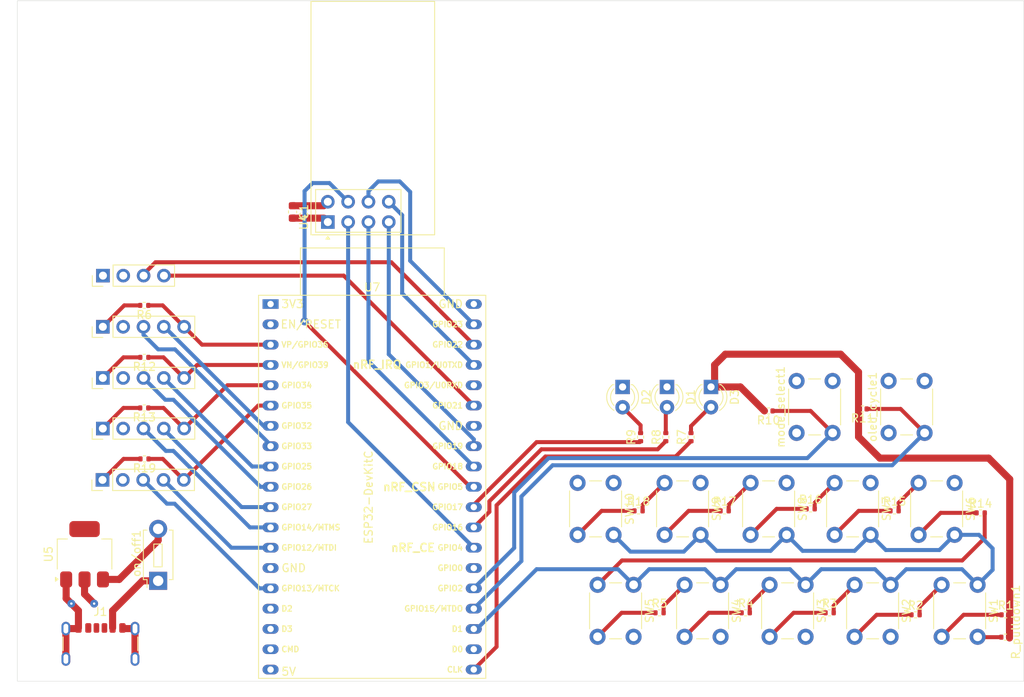
<source format=kicad_pcb>
(kicad_pcb (version 20240108) (generator "pcbnew") (generator_version "8.0")
  (layers (0 "F.Cu" signal) (1 "In1.Cu" power "Vcc") (2 "In2.Cu" power "GND") (31 "B.Cu" signal) (34 "B.Paste" user) (35 "F.Paste" user) (36 "B.SilkS" user "B.Silkscreen") (37 "F.SilkS" user "F.Silkscreen") (38 "B.Mask" user) (39 "F.Mask" user) (44 "Edge.Cuts" user))
  (net 0 "")
  (net 1 "GND")
  (net 2 "/3v3")
  (net 3 "Net-(D1-A)")
  (net 4 "Net-(D2-A)")
  (net 5 "Net-(D3-A)")
  (net 8 "/joy0_y")
  (net 9 "/joy0_x")
  (net 10 "/calibrate_joy0")
  (net 11 "/calibrate_joy1")
  (net 12 "/joy1_y")
  (net 13 "/joy1_x")
  (net 14 "/mode_select")
  (net 15 "/oled_cycle")
  (net 16 "Net-(R1-Pad1)")
  (net 17 "Net-(R2-Pad1)")
  (net 18 "Net-(R3-Pad1)")
  (net 19 "Net-(R4-Pad1)")
  (net 20 "/LED1")
  (net 21 "/LED2")
  (net 22 "/LED0")
  (net 23 "/oled_scl")
  (net 24 "/oled_sda")
  (net 25 "/CSN")
  (net 26 "/SCK")
  (net 27 "/MOSI")
  (net 28 "/MISO")
  (net 29 "/CE")
  (net 34 "/joy2_y")
  (net 37 "/calibrate_joy2")
  (net 38 "Net-(on/off1-A)")
  (net 39 "Net-(U5-VI)")
  (net 40 "/sw_analog_in")
  (net 41 "/joy2_x")
  (net 42 "/IRQ")
  (net 43 "/joy3_x")
  (net 44 "/joy3_y")
  (net 45 "/calibrate_joy3")
  (net 46 "Net-(R14-Pad2)")
  (net 47 "Net-(R14-Pad1)")
  (net 48 "Net-(R15-Pad1)")
  (net 49 "Net-(R16-Pad1)")
  (net 50 "Net-(R17-Pad1)")
  (footprint "Button_Switch_THT:SW_PUSH_6mm" (layer "F.Cu") (at 167.5 121.5 -90)
    (property "Reference" "SW9")
    (property "Value" "SW_Push")
  )
  (footprint "RF_Module:nRF24L01_Breakout" (layer "F.Cu") (at 120.905 88.875 90)
    (property "Reference" "U4")
    (property "Value" "NRF24L01_Breakout")
  )
  (footprint "Resistor_SMD:R_0402_1005Metric" (layer "F.Cu") (at 187.75 112.25 180)
    (property "Reference" "R11")
    (property "Value" "10kΩ")
  )
  (footprint "Resistor_SMD:R_0402_1005Metric" (layer "F.Cu") (at 159.74 125)
    (property "Reference" "R18")
    (property "Value" "10kΩ")
  )
  (footprint "Resistor_SMD:R_0402_1005Metric" (layer "F.Cu") (at 166.3 115.775 90)
    (property "Reference" "R7")
    (property "Value" "1kΩ")
  )
  (footprint "Resistor_SMD:R_0402_1005Metric" (layer "F.Cu") (at 163.15 115.775 90)
    (property "Reference" "R8")
    (property "Value" "1kΩ")
  )
  (footprint "Button_Switch_THT:SW_PUSH_6mm" (layer "F.Cu") (at 188.75 121.5 -90)
    (property "Reference" "SW7")
    (property "Value" "SW_Push")
  )
  (footprint "Button_Switch_THT:SW_PUSH_6mm" (layer "F.Cu") (at 191 115.25 90)
    (property "Reference" "oled_cycle1")
    (property "Value" "SW_Push")
  )
  (footprint "Package_TO_SOT_SMD:SOT-223-3_TabPin2" (layer "F.Cu") (at 90.5 130.425 90)
    (property "Reference" "U5")
    (property "Value" "AMS1117-3.3")
  )
  (footprint "custom_controller:generic_joystick_footprint" (layer "F.Cu") (at 97.945 120.925 90)
    (property "Reference" "joy3" (hide yes))
    (property "Value" "~")
  )
  (footprint "custom_controller:generic_joystick_footprint" (layer "F.Cu") (at 97.985 114.5 90)
    (property "Reference" "joy0" (hide yes))
    (property "Value" "~")
  )
  (footprint "Resistor_SMD:R_0402_1005Metric" (layer "F.Cu") (at 191.74 125)
    (property "Reference" "R15")
    (property "Value" "10kΩ")
  )
  (footprint "Resistor_SMD:R_0402_1005Metric" (layer "F.Cu") (at 194.365 138)
    (property "Reference" "R2")
    (property "Value" "10kΩ")
  )
  (footprint "LED_THT:LED_D3.0mm" (layer "F.Cu") (at 157.75 109.5 -90)
    (property "Reference" "D2")
    (property "Value" "LED")
  )
  (footprint "Resistor_SMD:R_0402_1005Metric" (layer "F.Cu") (at 97.96 112.125 180)
    (property "Reference" "R13")
    (property "Value" "10kΩ")
  )
  (footprint "custom_controller:generic_joystick_footprint" (layer "F.Cu") (at 97.985 101.775 90)
    (property "Reference" "joy2" (hide yes))
    (property "Value" "~")
  )
  (footprint "Button_Switch_THT:SW_PUSH_6mm" (layer "F.Cu") (at 191.25 134.25 -90)
    (property "Reference" "SW2")
    (property "Value" "SW_Push")
  )
  (footprint "Resistor_SMD:R_0402_1005Metric" (layer "F.Cu") (at 183.625 137.75)
    (property "Reference" "R3")
    (property "Value" "10kΩ")
  )
  (footprint "custom_controller:generic_joystick_footprint" (layer "F.Cu") (at 97.985 108.175 90)
    (property "Reference" "joy1" (hide yes))
    (property "Value" "~")
  )
  (footprint "Button_Switch_THT:SW_PUSH_6mm" (layer "F.Cu") (at 159.125 134.25 -90)
    (property "Reference" "SW5")
    (property "Value" "SW_Push")
  )
  (footprint "LED_THT:LED_D3.0mm" (layer "F.Cu") (at 163.3 109.5 -90)
    (property "Reference" "D1")
    (property "Value" "LED")
  )
  (footprint "Resistor_SMD:R_0402_1005Metric" (layer "F.Cu") (at 162.365 137.75)
    (property "Reference" "R5")
    (property "Value" "10kΩ")
  )
  (footprint "Resistor_SMD:R_0402_1005Metric" (layer "F.Cu") (at 205.59 140.8)
    (property "Reference" "R_pulldown1")
    (property "Value" "10kΩ")
  )
  (footprint "Resistor_SMD:R_0402_1005Metric" (layer "F.Cu") (at 97.99 118.5 180)
    (property "Reference" "R19")
    (property "Value" "10kΩ")
  )
  (footprint "Button_Switch_THT:SW_PUSH_6mm" (layer "F.Cu") (at 202.125 134.25 -90)
    (property "Reference" "SW1")
    (property "Value" "SW_Push")
  )
  (footprint "PCM_Espressif:ESP32-DevKitC" (layer "F.Cu") (at 113.75 99.13)
    (property "Reference" "U7")
    (property "Value" "ESP32-DevKitC")
  )
  (footprint "custom_controller:oled_128x64" (layer "F.Cu") (at 96.84 95.375 90)
    (property "Reference" "U1" (hide yes))
    (property "Value" "oled_128x64" (hide yes))
  )
  (footprint "Button_Switch_THT:SW_PUSH_1P1T_6x3.5mm_H4.3_APEM_MJTP1243" (layer "F.Cu") (at 99.7 133.75 90)
    (property "Reference" "on/off1")
    (property "Value" "SW_SPST")
  )
  (footprint "Resistor_SMD:R_0402_1005Metric" (layer "F.Cu") (at 205.625 138)
    (property "Reference" "R1")
    (property "Value" "10kΩ")
  )
  (footprint "Resistor_SMD:R_0402_1005Metric" (layer "F.Cu") (at 181.25 124.75)
    (property "Reference" "R16")
    (property "Value" "10kΩ")
  )
  (footprint "Connector_USB:USB_C_Receptacle_GCT_USB4125-xx-x_6P_TopMnt_Horizontal" (layer "F.Cu") (at 92.485 142.725)
    (property "Reference" "J1")
    (property "Value" "USB_C_Receptacle_PowerOnly_6P")
  )
  (footprint "Resistor_SMD:R_0402_1005Metric" (layer "F.Cu") (at 170.5 125)
    (property "Reference" "R17")
    (property "Value" "10kΩ")
  )
  (footprint "Resistor_SMD:R_0402_1005Metric" (layer "F.Cu") (at 175.99 112.5 180)
    (property "Reference" "R10")
    (property "Value" "10kΩ")
  )
  (footprint "Resistor_SMD:R_0402_1005Metric" (layer "F.Cu") (at 97.97 105.8 180)
    (property "Reference" "R12")
    (property "Value" "10kΩ")
  )
  (footprint "Resistor_SMD:R_0402_1005Metric" (layer "F.Cu") (at 202.5 125.25)
    (property "Reference" "R14")
    (property "Value" "10kΩ")
  )
  (footprint "Resistor_SMD:R_0402_1005Metric" (layer "F.Cu") (at 173.135 137.75)
    (property "Reference" "R4")
    (property "Value" "10kΩ")
  )
  (footprint "Capacitor_SMD:C_0603_1608Metric" (layer "F.Cu") (at 116.5 87.61 -90)
    (property "Reference" "C1")
    (property "Value" "10uF")
  )
  (footprint "LED_THT:LED_D3.0mm" (layer "F.Cu") (at 168.8 109.5 -90)
    (property "Reference" "D3")
    (property "Value" "LED")
  )
  (footprint "Resistor_SMD:R_0402_1005Metric" (layer "F.Cu") (at 97.96 99.3 180)
    (property "Reference" "R6")
    (property "Value" "10kΩ")
  )
  (footprint "Button_Switch_THT:SW_PUSH_6mm" (layer "F.Cu") (at 178.25 121.5 -90)
    (property "Reference" "SW8")
    (property "Value" "SW_Push")
  )
  (footprint "Button_Switch_THT:SW_PUSH_6mm" (layer "F.Cu") (at 199.25 121.5 -90)
    (property "Reference" "SW6")
    (property "Value" "SW_Push")
  )
  (footprint "Resistor_SMD:R_0402_1005Metric" (layer "F.Cu") (at 160 115.775 90)
    (property "Reference" "R9")
    (property "Value" "1kΩ")
  )
  (footprint "Button_Switch_THT:SW_PUSH_6mm" (layer "F.Cu") (at 156.625 121.5 -90)
    (property "Reference" "SW10")
    (property "Value" "SW_Push")
  )
  (footprint "Button_Switch_THT:SW_PUSH_6mm" (layer "F.Cu") (at 179.5 115.25 90)
    (property "Reference" "mode_select1")
    (property "Value" "SW_Push")
  )
  (footprint "Button_Switch_THT:SW_PUSH_6mm" (layer "F.Cu") (at 180.625 134.25 -90)
    (property "Reference" "SW3")
    (property "Value" "SW_Push")
  )
  (footprint "Button_Switch_THT:SW_PUSH_6mm" (layer "F.Cu") (at 170 134.25 -90)
    (property "Reference" "SW4")
    (property "Value" "SW_Push")
  )
  (gr_rect (start 82.1 61.2) (end 207.9 146.3) (stroke (width 0.05)) (fill none) (layer "Edge.Cuts"))
  (gr_text "nRF_IRQ" (at 123.9 107.3 0) (layer "F.SilkS") (effects (font (size 1 1) (thickness 0.2) (bold yes)) (justify left bottom)))
  (gr_text "nRF_CE" (at 128.7 130.2 0) (layer "F.SilkS") (effects (font (size 1 1) (thickness 0.2) (bold yes)) (justify left bottom)))
  (gr_text "nRF_CSN" (at 127.7 122.6 0) (layer "F.SilkS") (effects (font (size 1 1) (thickness 0.2) (bold yes)) (justify left bottom)))
  (segment (start 95.36 112.125) (end 92.785 114.7) (width 0.5) (layer "F.Cu") (net 1))
  (segment (start 187.24 115.74) (end 189.9 118.4) (width 0.885) (layer "F.Cu") (net 1))
  (segment (start 89.655 139.725) (end 89.735 139.645) (width 0.5) (layer "F.Cu") (net 1))
  (segment (start 88.85 136.6) (end 88.2 135.95) (width 0.885) (layer "F.Cu") (net 1))
  (segment (start 172.48 109.5) (end 175.48 112.5) (width 0.885) (layer "F.Cu") (net 1))
  (segment (start 169.25 106.75) (end 170.6 105.4) (width 0.885) (layer "F.Cu") (net 1))
  (segment (start 95.46 99.3) (end 92.785 101.975) (width 0.5) (layer "F.Cu") (net 1))
  (segment (start 88.85 136.6) (end 89.735 137.485) (width 0.885) (layer "F.Cu") (net 1))
  (segment (start 185 105.4) (end 187.24 107.64) (width 0.885) (layer "F.Cu") (net 1))
  (segment (start 170.6 105.4) (end 185 105.4) (width 0.885) (layer "F.Cu") (net 1))
  (segment (start 95.37 118.5) (end 92.745 121.125) (width 0.5) (layer "F.Cu") (net 1))
  (segment (start 189.9 118.4) (end 203.5 118.4) (width 0.885) (layer "F.Cu") (net 1))
  (segment (start 88.165 139.725) (end 89.655 139.725) (width 0.885) (layer "F.Cu") (net 1))
  (segment (start 95.36 105.8) (end 92.785 108.375) (width 0.5) (layer "F.Cu") (net 1))
  (segment (start 206.11 138.025) (end 206.135 138) (width 0.885) (layer "F.Cu") (net 1))
  (segment (start 89.735 137.485) (end 89.735 139.645) (width 0.885) (layer "F.Cu") (net 1))
  (segment (start 95.315 139.725) (end 95.235 139.645) (width 0.5) (layer "F.Cu") (net 1))
  (segment (start 206.11 140.9) (end 206.11 138.025) (width 0.885) (layer "F.Cu") (net 1))
  (segment (start 120.415 88.385) (end 120.905 88.875) (width 0.5) (layer "F.Cu") (net 1))
  (segment (start 169.25 109.5) (end 169.25 106.75) (width 0.885) (layer "F.Cu") (net 1))
  (segment (start 96.805 143.525) (end 96.805 139.725) (width 0.885) (layer "F.Cu") (net 1))
  (segment (start 97.45 112.125) (end 95.36 112.125) (width 0.5) (layer "F.Cu") (net 1))
  (segment (start 187.24 107.64) (end 187.24 112.25) (width 0.885) (layer "F.Cu") (net 1))
  (segment (start 97.46 105.8) (end 95.36 105.8) (width 0.5) (layer "F.Cu") (net 1))
  (segment (start 96.805 139.725) (end 95.315 139.725) (width 0.885) (layer "F.Cu") (net 1))
  (segment (start 88.165 143.525) (end 88.165 139.725) (width 0.885) (layer "F.Cu") (net 1))
  (segment (start 187.24 112.25) (end 187.24 115.74) (width 0.885) (layer "F.Cu") (net 1))
  (segment (start 97.48 118.5) (end 95.37 118.5) (width 0.5) (layer "F.Cu") (net 1))
  (segment (start 206.135 121.035) (end 206.135 138) (width 0.885) (layer "F.Cu") (net 1))
  (segment (start 97.45 99.3) (end 95.46 99.3) (width 0.5) (layer "F.Cu") (net 1))
  (segment (start 203.5 118.4) (end 206.135 121.035) (width 0.885) (layer "F.Cu") (net 1))
  (segment (start 88.2 135.95) (end 88.2 133.575) (width 0.885) (layer "F.Cu") (net 1))
  (segment (start 116.5 88.385) (end 120.415 88.385) (width 0.885) (layer "F.Cu") (net 1))
  (segment (start 169.25 109.5) (end 172.48 109.5) (width 0.885) (layer "F.Cu") (net 1))
  (via (at 88.85 136.6) (size 0.985) (drill 0.3) (layers "F.Cu" "B.Cu") (net 1))
  (segment (start 91.7 136.6) (end 90.5 135.4) (width 0.885) (layer "F.Cu") (net 2))
  (segment (start 90.5 135.4) (end 90.5 133.575) (width 0.885) (layer "F.Cu") (net 2))
  (segment (start 155.125 125) (end 152.125 128) (width 0.5) (layer "F.Cu") (net 2))
  (segment (start 116.5 86.835) (end 120.405 86.835) (width 0.885) (layer "F.Cu") (net 2))
  (segment (start 159.23 125) (end 155.125 125) (width 0.5) (layer "F.Cu") (net 2))
  (segment (start 120.405 86.835) (end 120.905 86.335) (width 0.5) (layer "F.Cu") (net 2))
  (via (at 91.7 136.6) (size 0.985) (drill 0.3) (layers "F.Cu" "B.Cu") (net 2))
  (segment (start 163.15 115.265) (end 163.15 112.19) (width 0.5) (layer "F.Cu") (net 3))
  (segment (start 163.15 112.19) (end 163.3 112.04) (width 0.5) (layer "F.Cu") (net 3))
  (segment (start 160 114.29) (end 157.75 112.04) (width 0.5) (layer "F.Cu") (net 4))
  (segment (start 160 115.265) (end 160 114.29) (width 0.5) (layer "F.Cu") (net 4))
  (segment (start 166.3 115.265) (end 166.3 114.4) (width 0.5) (layer "F.Cu") (net 5))
  (segment (start 166.3 114.4) (end 168.66 112.04) (width 0.5) (layer "F.Cu") (net 5))
  (segment (start 110.13 124.53) (end 113.75 124.53) (width 0.5) (layer "B.Cu") (net 8))
  (segment (start 100.405 114.805) (end 110.13 124.53) (width 0.5) (layer "B.Cu") (net 8))
  (segment (start 100.405 114.7) (end 100.405 114.805) (width 0.5) (layer "B.Cu") (net 8))
  (segment (start 101.6 117.5) (end 111.17 127.07) (width 0.5) (layer "B.Cu") (net 9))
  (segment (start 97.865 114.7) (end 100.665 117.5) (width 0.5) (layer "B.Cu") (net 9))
  (segment (start 111.17 127.07) (end 113.75 127.07) (width 0.5) (layer "B.Cu") (net 9))
  (segment (start 100.665 117.5) (end 101.6 117.5) (width 0.5) (layer "B.Cu") (net 9))
  (segment (start 100.37 112.125) (end 102.945 114.7) (width 0.5) (layer "F.Cu") (net 10))
  (segment (start 108.355 109.29) (end 102.945 114.7) (width 0.5) (layer "F.Cu") (net 10))
  (segment (start 113.75 109.29) (end 108.355 109.29) (width 0.5) (layer "F.Cu") (net 10))
  (segment (start 98.47 112.125) (end 100.37 112.125) (width 0.5) (layer "F.Cu") (net 10))
  (segment (start 100.37 105.8) (end 102.945 108.375) (width 0.5) (layer "F.Cu") (net 11))
  (segment (start 98.48 105.8) (end 100.37 105.8) (width 0.5) (layer "F.Cu") (net 11))
  (segment (start 113.75 106.75) (end 104.57 106.75) (width 0.5) (layer "F.Cu") (net 11))
  (segment (start 104.57 106.75) (end 102.945 108.375) (width 0.5) (layer "F.Cu") (net 11))
  (segment (start 111.45 119.45) (end 113.75 119.45) (width 0.5) (layer "B.Cu") (net 12))
  (segment (start 100.405 108.375) (end 100.405 108.405) (width 0.5) (layer "B.Cu") (net 12))
  (segment (start 100.405 108.405) (end 111.45 119.45) (width 0.5) (layer "B.Cu") (net 12))
  (segment (start 100.59 111.1) (end 101.6 111.1) (width 0.5) (layer "B.Cu") (net 13))
  (segment (start 97.865 108.375) (end 100.59 111.1) (width 0.5) (layer "B.Cu") (net 13))
  (segment (start 112.49 121.99) (end 113.75 121.99) (width 0.5) (layer "B.Cu") (net 13))
  (segment (start 101.6 111.1) (end 112.49 121.99) (width 0.5) (layer "B.Cu") (net 13))
  (segment (start 176.5 112.5) (end 181.25 112.5) (width 0.5) (layer "F.Cu") (net 14))
  (segment (start 181.25 112.5) (end 184 115.25) (width 0.5) (layer "F.Cu") (net 14))
  (segment (start 184 115.25) (end 180.85 118.4) (width 0.5) (layer "B.Cu") (net 14))
  (segment (start 144.2 129.64) (end 139.15 134.69) (width 0.5) (layer "B.Cu") (net 14))
  (segment (start 180.85 118.4) (end 148.5 118.4) (width 0.5) (layer "B.Cu") (net 14))
  (segment (start 144.2 122.7) (end 144.2 129.64) (width 0.5) (layer "B.Cu") (net 14))
  (segment (start 148.5 118.4) (end 144.2 122.7) (width 0.5) (layer "B.Cu") (net 14))
  (segment (start 192.5 112.25) (end 195.5 115.25) (width 0.5) (layer "F.Cu") (net 15))
  (segment (start 188.26 112.25) (end 192.5 112.25) (width 0.5) (layer "F.Cu") (net 15))
  (segment (start 191.45 119.3) (end 149 119.3) (width 0.5) (layer "B.Cu") (net 15))
  (segment (start 149 119.3) (end 145.1 123.2) (width 0.5) (layer "B.Cu") (net 15))
  (segment (start 195.5 115.25) (end 191.45 119.3) (width 0.5) (layer "B.Cu") (net 15))
  (segment (start 145.1 131.28) (end 139.15 137.23) (width 0.5) (layer "B.Cu") (net 15))
  (segment (start 145.1 123.2) (end 145.1 131.28) (width 0.5) (layer "B.Cu") (net 15))
  (segment (start 194.875 137) (end 197.625 134.25) (width 0.5) (layer "F.Cu") (net 16))
  (segment (start 200.375 138) (end 197.625 140.75) (width 0.5) (layer "F.Cu") (net 16))
  (segment (start 205.115 138) (end 200.375 138) (width 0.5) (layer "F.Cu") (net 16))
  (segment (start 194.875 138) (end 194.875 137) (width 0.5) (layer "F.Cu") (net 16))
  (segment (start 189.5 138) (end 186.75 140.75) (width 0.5) (layer "F.Cu") (net 17))
  (segment (start 184.135 136.865) (end 186.75 134.25) (width 0.5) (layer "F.Cu") (net 17))
  (segment (start 193.855 138) (end 189.5 138) (width 0.5) (layer "F.Cu") (net 17))
  (segment (start 184.135 137.75) (end 184.135 136.865) (width 0.5) (layer "F.Cu") (net 17))
  (segment (start 173.645 136.73) (end 176.125 134.25) (width 0.5) (layer "F.Cu") (net 18))
  (segment (start 179.125 137.75) (end 176.125 140.75) (width 0.5) (layer "F.Cu") (net 18))
  (segment (start 183.115 137.75) (end 179.125 137.75) (width 0.5) (layer "F.Cu") (net 18))
  (segment (start 173.645 137.75) (end 173.645 136.73) (width 0.5) (layer "F.Cu") (net 18))
  (segment (start 168.5 137.75) (end 165.5 140.75) (width 0.5) (layer "F.Cu") (net 19))
  (segment (start 162.875 136.875) (end 165.5 134.25) (width 0.5) (layer "F.Cu") (net 19))
  (segment (start 162.875 137.75) (end 162.875 136.875) (width 0.5) (layer "F.Cu") (net 19))
  (segment (start 172.625 137.75) (end 168.5 137.75) (width 0.5) (layer "F.Cu") (net 19))
  (segment (start 147.6 117.3) (end 162.135 117.3) (width 0.5) (layer "F.Cu") (net 20))
  (segment (start 162.135 117.3) (end 163.15 116.285) (width 0.5) (layer "F.Cu") (net 20))
  (segment (start 141.1 123.8) (end 147.6 117.3) (width 0.5) (layer "F.Cu") (net 20))
  (segment (start 139.15 127.07) (end 141.1 125.12) (width 0.5) (layer "F.Cu") (net 20))
  (segment (start 141.1 125.12) (end 141.1 123.8) (width 0.5) (layer "F.Cu") (net 20))
  (segment (start 139.15 124.25) (end 139.15 124.53) (width 0.5) (layer "F.Cu") (net 21))
  (segment (start 160 116.285) (end 159.885 116.4) (width 0.5) (layer "F.Cu") (net 21))
  (segment (start 159.885 116.4) (end 147 116.4) (width 0.5) (layer "F.Cu") (net 21))
  (segment (start 147 116.4) (end 139.15 124.25) (width 0.5) (layer "F.Cu") (net 21))
  (segment (start 164.385 118.2) (end 148.1 118.2) (width 0.5) (layer "F.Cu") (net 22))
  (segment (start 142 124.3) (end 142 141.9936) (width 0.5) (layer "F.Cu") (net 22))
  (segment (start 148.1 118.2) (end 142 124.3) (width 0.5) (layer "F.Cu") (net 22))
  (segment (start 166.3 116.285) (end 164.385 118.2) (width 0.5) (layer "F.Cu") (net 22))
  (segment (start 142 141.9936) (end 139.14632 144.84728) (width 0.5) (layer "F.Cu") (net 22))
  (segment (start 128.84 93.9) (end 139.15 104.21) (width 0.5) (layer "F.Cu") (net 23))
  (segment (start 97.695 95.575) (end 99.37 93.9) (width 0.5) (layer "F.Cu") (net 23))
  (segment (start 99.37 93.9) (end 128.84 93.9) (width 0.5) (layer "F.Cu") (net 23))
  (segment (start 100.235 95.575) (end 122.895 95.575) (width 0.5) (layer "F.Cu") (net 24))
  (segment (start 122.895 95.575) (end 139.15 111.83) (width 0.5) (layer "F.Cu") (net 24))
  (segment (start 118 101.305) (end 138.685 121.99) (width 0.5) (layer "F.Cu") (net 25))
  (segment (start 138.685 121.99) (end 139.15 121.99) (width 0.5) (layer "F.Cu") (net 25))
  (via (at 118 101.305) (size 0.985) (drill 0.3) (layers "F.Cu" "B.Cu") (net 25))
  (segment (start 118 101.305) (end 118 85) (width 0.5) (layer "B.Cu") (net 25))
  (segment (start 118 85) (end 119 84) (width 0.5) (layer "B.Cu") (net 25))
  (segment (start 119 84) (end 121.11 84) (width 0.5) (layer "B.Cu") (net 25))
  (segment (start 121.11 84) (end 123.445 86.335) (width 0.5) (layer "B.Cu") (net 25))
  (segment (start 125.985 106.285) (end 139.15 119.45) (width 0.5) (layer "B.Cu") (net 26))
  (segment (start 125.985 88.875) (end 125.985 106.285) (width 0.5) (layer "B.Cu") (net 26))
  (segment (start 131.2 93.72) (end 139.15 101.67) (width 0.5) (layer "B.Cu") (net 27))
  (segment (start 131.2 85.1) (end 131.2 93.72) (width 0.5) (layer "B.Cu") (net 27))
  (segment (start 125.985 85.015) (end 127.2 83.8) (width 0.5) (layer "B.Cu") (net 27))
  (segment (start 127.2 83.8) (end 129.9 83.8) (width 0.5) (layer "B.Cu") (net 27))
  (segment (start 129.9 83.8) (end 131.2 85.1) (width 0.5) (layer "B.Cu") (net 27))
  (segment (start 125.985 86.335) (end 125.985 85.015) (width 0.5) (layer "B.Cu") (net 27))
  (segment (start 139.15 116.042792) (end 139.15 116.91) (width 0.5) (layer "B.Cu") (net 28))
  (segment (start 128.525 105.417792) (end 139.15 116.042792) (width 0.5) (layer "B.Cu") (net 28))
  (segment (start 128.525 88.875) (end 128.525 105.417792) (width 0.5) (layer "B.Cu") (net 28))
  (segment (start 123.445 88.875) (end 123.445 113.905) (width 0.5) (layer "B.Cu") (net 29))
  (segment (start 123.445 113.905) (end 139.15 129.61) (width 0.5) (layer "B.Cu") (net 29))
  (segment (start 112.87 114.37) (end 113.75 114.37) (width 0.5) (layer "B.Cu") (net 34))
  (segment (start 100.475 101.975) (end 112.87 114.37) (width 0.5) (layer "B.Cu") (net 34))
  (segment (start 100.405 101.975) (end 100.475 101.975) (width 0.5) (layer "B.Cu") (net 34))
  (segment (start 102.945 101.975) (end 105.18 104.21) (width 0.5) (layer "F.Cu") (net 37))
  (segment (start 98.47 99.3) (end 100.27 99.3) (width 0.5) (layer "F.Cu") (net 37))
  (segment (start 105.18 104.21) (end 113.75 104.21) (width 0.5) (layer "F.Cu") (net 37))
  (segment (start 100.27 99.3) (end 102.945 101.975) (width 0.5) (layer "F.Cu") (net 37))
  (segment (start 94.005 139.645) (end 94.005 137.495) (width 0.885) (layer "F.Cu") (net 38))
  (segment (start 94.005 137.495) (end 97.75 133.75) (width 0.885) (layer "F.Cu") (net 38))
  (segment (start 97.75 133.75) (end 99.7 133.75) (width 0.885) (layer "F.Cu") (net 38))
  (segment (start 99.7 128.7) (end 94.825 133.575) (width 0.885) (layer "F.Cu") (net 39))
  (segment (start 94.825 133.575) (end 92.8 133.575) (width 0.885) (layer "F.Cu") (net 39))
  (segment (start 99.7 127.25) (end 99.7 128.7) (width 0.885) (layer "F.Cu") (net 39))
  (segment (start 202.175 140.8) (end 202.125 140.75) (width 0.5) (layer "F.Cu") (net 40))
  (segment (start 205.08 140.8) (end 202.175 140.8) (width 0.5) (layer "F.Cu") (net 40))
  (segment (start 197.35 129.9) (end 199.25 128) (width 0.5) (layer "B.Cu") (net 40))
  (segment (start 170 134.25) (end 171.95 132.3) (width 0.5) (layer "B.Cu") (net 40))
  (segment (start 156.625 128) (end 158.725 130.1) (width 0.5) (layer "B.Cu") (net 40))
  (segment (start 180.25 130) (end 186.75 130) (width 0.5) (layer "B.Cu") (net 40))
  (segment (start 182.575 132.3) (end 189.3 132.3) (width 0.5) (layer "B.Cu") (net 40))
  (segment (start 165.4 130.1) (end 167.5 128) (width 0.5) (layer "B.Cu") (net 40))
  (segment (start 161.075 132.3) (end 168.05 132.3) (width 0.5) (layer "B.Cu") (net 40))
  (segment (start 190.65 129.9) (end 197.35 129.9) (width 0.5) (layer "B.Cu") (net 40))
  (segment (start 159.125 134.25) (end 157.175 132.3) (width 0.5) (layer "B.Cu") (net 40))
  (segment (start 191.25 134.25) (end 193.2 132.3) (width 0.5) (layer "B.Cu") (net 40))
  (segment (start 167.5 128) (end 169.5 130) (width 0.5) (layer "B.Cu") (net 40))
  (segment (start 204 132.375) (end 202.125 134.25) (width 0.5) (layer "B.Cu") (net 40))
  (segment (start 159.125 134.25) (end 161.075 132.3) (width 0.5) (layer "B.Cu") (net 40))
  (segment (start 178.675 132.3) (end 180.625 134.25) (width 0.5) (layer "B.Cu") (net 40))
  (segment (start 200.175 132.3) (end 202.125 134.25) (width 0.5) (layer "B.Cu") (net 40))
  (segment (start 189.3 132.3) (end 191.25 134.25) (width 0.5) (layer "B.Cu") (net 40))
  (segment (start 168.05 132.3) (end 170 134.25) (width 0.5) (layer "B.Cu") (net 40))
  (segment (start 188.75 128) (end 190.65 129.9) (width 0.5) (layer "B.Cu") (net 40))
  (segment (start 199.25 128) (end 202.3 128) (width 0.5) (layer "B.Cu") (net 40))
  (segment (start 171.95 132.3) (end 178.675 132.3) (width 0.5) (layer "B.Cu") (net 40))
  (segment (start 157.175 132.3) (end 147 132.3) (width 0.5) (layer "B.Cu") (net 40))
  (segment (start 147 132.3) (end 139.53 139.77) (width 0.5) (layer "B.Cu") (net 40))
  (segment (start 169.5 130) (end 176.25 130) (width 0.5) (layer "B.Cu") (net 40))
  (segment (start 139.53 139.77) (end 139.15 139.77) (width 0.5) (layer "B.Cu") (net 40))
  (segment (start 193.2 132.3) (end 200.175 132.3) (width 0.5) (layer "B.Cu") (net 40))
  (segment (start 158.725 130.1) (end 165.4 130.1) (width 0.5) (layer "B.Cu") (net 40))
  (segment (start 176.25 130) (end 178.25 128) (width 0.5) (layer "B.Cu") (net 40))
  (segment (start 186.75 130) (end 188.75 128) (width 0.5) (layer "B.Cu") (net 40))
  (segment (start 180.625 134.25) (end 182.575 132.3) (width 0.5) (layer "B.Cu") (net 40))
  (segment (start 202.3 128) (end 204 129.7) (width 0.5) (layer "B.Cu") (net 40))
  (segment (start 204 129.7) (end 204 132.375) (width 0.5) (layer "B.Cu") (net 40))
  (segment (start 178.25 128) (end 180.25 130) (width 0.5) (layer "B.Cu") (net 40))
  (segment (start 113.75 116.75) (end 113.75 116.91) (width 0.5) (layer "B.Cu") (net 41))
  (segment (start 97.865 101.975) (end 97.865 102.965) (width 0.5) (layer "B.Cu") (net 41))
  (segment (start 97.865 102.965) (end 99.7 104.8) (width 0.5) (layer "B.Cu") (net 41))
  (segment (start 99.7 104.8) (end 101.8 104.8) (width 0.5) (layer "B.Cu") (net 41))
  (segment (start 101.8 104.8) (end 113.75 116.75) (width 0.5) (layer "B.Cu") (net 41))
  (segment (start 130.2 88.01) (end 130.2 97.8) (width 0.5) (layer "B.Cu") (net 42))
  (segment (start 128.525 86.335) (end 130.2 88.01) (width 0.5) (layer "B.Cu") (net 42))
  (segment (start 130.2 97.8) (end 139.15 106.75) (width 0.5) (layer "B.Cu") (net 42))
  (segment (start 100.8 124.1) (end 101.75 124.1) (width 0.5) (layer "B.Cu") (net 43))
  (segment (start 97.825 121.125) (end 100.8 124.1) (width 0.5) (layer "B.Cu") (net 43))
  (segment (start 112.34 134.69) (end 113.75 134.69) (width 0.5) (layer "B.Cu") (net 43))
  (segment (start 101.75 124.1) (end 112.34 134.69) (width 0.5) (layer "B.Cu") (net 43))
  (segment (start 108.85 129.61) (end 113.75 129.61) (width 0.5) (layer "B.Cu") (net 44))
  (segment (start 100.365 121.125) (end 108.85 129.61) (width 0.5) (layer "B.Cu") (net 44))
  (segment (start 112.2 111.83) (end 102.905 121.125) (width 0.5) (layer "F.Cu") (net 45))
  (segment (start 100.28 118.5) (end 102.905 121.125) (width 0.5) (layer "F.Cu") (net 45))
  (segment (start 98.5 118.5) (end 100.28 118.5) (width 0.5) (layer "F.Cu") (net 45))
  (segment (start 113.75 111.83) (end 112.2 111.83) (width 0.5) (layer "F.Cu") (net 45))
  (segment (start 157.675 131.2) (end 200.2 131.2) (width 0.5) (layer "F.Cu") (net 46))
  (segment (start 154.625 134.25) (end 157.675 131.2) (width 0.5) (layer "F.Cu") (net 46))
  (segment (start 157.625 137.75) (end 154.625 140.75) (width 0.5) (layer "F.Cu") (net 46))
  (segment (start 203.01 128.39) (end 203.01 125.25) (width 0.5) (layer "F.Cu") (net 46))
  (segment (start 161.855 137.75) (end 157.625 137.75) (width 0.5) (layer "F.Cu") (net 46))
  (segment (start 200.2 131.2) (end 203.01 128.39) (width 0.5) (layer "F.Cu") (net 46))
  (segment (start 197.5 125.25) (end 194.75 128) (width 0.5) (layer "F.Cu") (net 47))
  (segment (start 194.75 121.5) (end 192.25 124) (width 0.5) (layer "F.Cu") (net 47))
  (segment (start 201.99 125.25) (end 197.5 125.25) (width 0.5) (layer "F.Cu") (net 47))
  (segment (start 192.25 124) (end 192.25 125) (width 0.5) (layer "F.Cu") (net 47))
  (segment (start 184.25 121.5) (end 181.76 123.99) (width 0.5) (layer "F.Cu") (net 48))
  (segment (start 181.76 123.99) (end 181.76 124.75) (width 0.5) (layer "F.Cu") (net 48))
  (segment (start 191.23 125) (end 187.25 125) (width 0.5) (layer "F.Cu") (net 48))
  (segment (start 187.25 125) (end 184.25 128) (width 0.5) (layer "F.Cu") (net 48))
  (segment (start 171.01 124.24) (end 171.01 125) (width 0.5) (layer "F.Cu") (net 49))
  (segment (start 177 124.75) (end 173.75 128) (width 0.5) (layer "F.Cu") (net 49))
  (segment (start 180.74 124.75) (end 177 124.75) (width 0.5) (layer "F.Cu") (net 49))
  (segment (start 173.75 121.5) (end 171.01 124.24) (width 0.5) (layer "F.Cu") (net 49))
  (segment (start 160.25 124.25) (end 160.25 125) (width 0.5) (layer "F.Cu") (net 50))
  (segment (start 166 125) (end 163 128) (width 0.5) (layer "F.Cu") (net 50))
  (segment (start 163 121.5) (end 160.25 124.25) (width 0.5) (layer "F.Cu") (net 50))
  (segment (start 169.99 125) (end 166 125) (width 0.5) (layer "F.Cu") (net 50))
)
</source>
